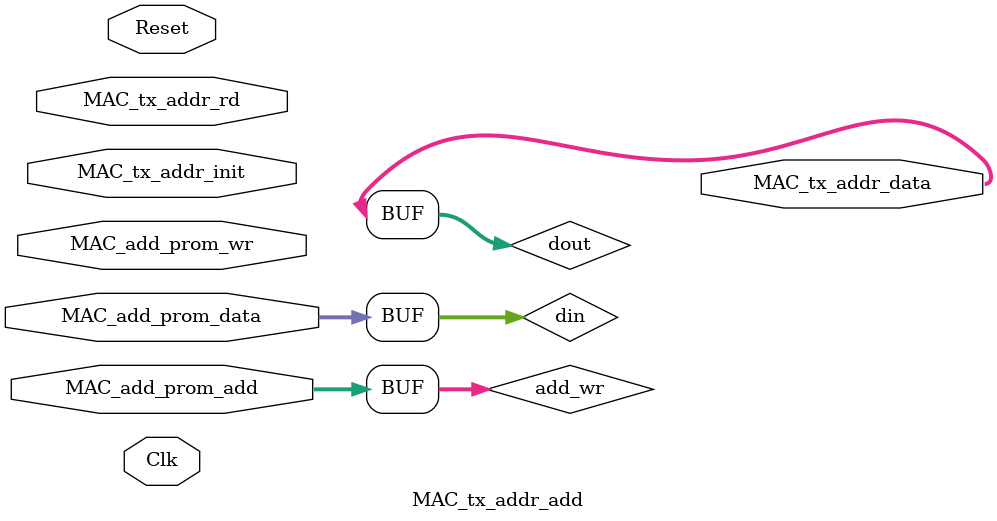
<source format=v>
module MAC_tx_addr_add ( 
Reset               ,
Clk                 ,
MAC_tx_addr_init    ,
MAC_tx_addr_rd      ,
MAC_tx_addr_data    ,
//CPU               ,
MAC_add_prom_data   ,
MAC_add_prom_add    ,
MAC_add_prom_wr     
);

input           Reset               ;
input           Clk                 ;
input           MAC_tx_addr_rd      ;
input           MAC_tx_addr_init    ;
output  [7:0]   MAC_tx_addr_data    ;
                //CPU               ;
input   [7:0]   MAC_add_prom_data   ;
input   [2:0]   MAC_add_prom_add    ;
input           MAC_add_prom_wr     ;

//******************************************************************************   
//internal signals                                                              
//******************************************************************************
reg [2:0]       add_rd;
wire[2:0]       add_wr;
wire[7:0]       din;
wire[7:0]       dout;
wire            wr_en;
reg             MAC_add_prom_wr_dl1;
reg             MAC_add_prom_wr_dl2;
//******************************************************************************   
//write data from cpu to prom                                                              
//******************************************************************************
always @ (posedge Clk or posedge Reset)
    if (Reset)
        begin
        MAC_add_prom_wr_dl1     <=0;
        MAC_add_prom_wr_dl2     <=0;
        end
    else
        begin
        MAC_add_prom_wr_dl1     <=MAC_add_prom_wr;
        MAC_add_prom_wr_dl2     <=MAC_add_prom_wr_dl1;
        end     
assign # 2 wr_en   =MAC_add_prom_wr_dl1&!MAC_add_prom_wr_dl2;
assign # 2 add_wr  =MAC_add_prom_add;
assign # 2 din     =MAC_add_prom_data;

//******************************************************************************   
//read data from cpu to prom                                                              
//******************************************************************************
always @ (posedge Clk or posedge Reset)
    if (Reset)
        add_rd       <=0;
    else if (MAC_tx_addr_init)
        add_rd       <=0;
    else if (MAC_tx_addr_rd)
        add_rd       <=add_rd + 1;
assign MAC_tx_addr_data=dout;      
//******************************************************************************   
//b port for read ,a port for write .
//******************************************************************************
/*
duram #(8,3,"M512","DUAL_PORT") U_duram(           
.data_a         (din            ), 
.wren_a         (wr_en          ), 
.address_a      (add_wr         ), 
.address_b      (add_rd         ), 
.clock_a        (Clk            ), 
.clock_b        (Clk            ), 
.q_b            (dout           ));  
  */    

endmodule                        


</source>
